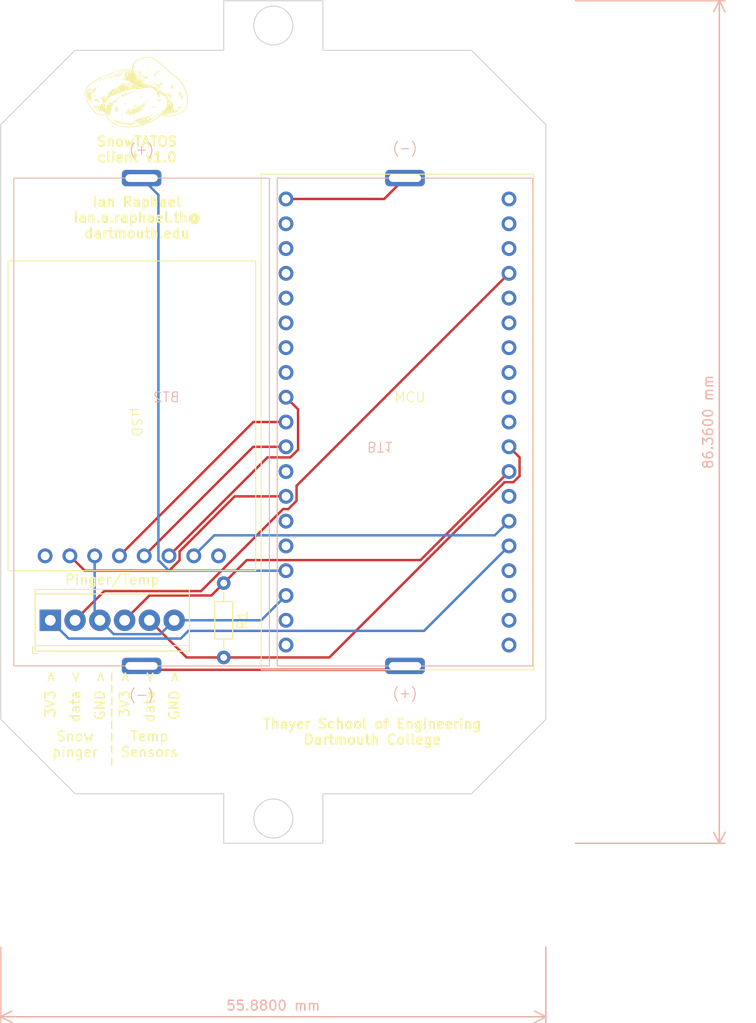
<source format=kicad_pcb>
(kicad_pcb (version 20221018) (generator pcbnew)
  (layers (0 "F.Cu" signal) (31 "B.Cu" signal) (34 "B.Paste" user) (35 "F.Paste" user) (36 "B.SilkS" user "B.Silkscreen") (37 "F.SilkS" user "F.Silkscreen") (38 "B.Mask" user) (39 "F.Mask" user) (44 "Edge.Cuts" user))
  (net 0 "")
  (net 1 "/GND")
  (net 2 "/3V3")
  (net 3 "/sd_cs")
  (net 22 "Net-(MCU1-MISO)")
  (net 23 "Net-(MCU1-MOSI)")
  (net 24 "Net-(MCU1-SCK)")
  (net 32 "Net-(MCU1-D7)")
  (net 35 "Net-(MCU1-D8)")
  (net 36 "Net-(MCU1-SERIAL1_RX)")
  (net 37 "Net-(MCU1-D11)")
  (net 38 "Net-(BT1-+)")
  (net 39 "Net-(BT2-+)")
  (footprint "TerminalBlock_Phoenix:TerminalBlock_Phoenix_MPT-0,5-6-2.54_1x06_P2.54mm_Horizontal" (layer "F.Cu") (at 106.68 111.76)
    (fp_text reference "Pinger/Temp" (at 6.35 -4.16) (layer "F.SilkS"))
    (fp_text value "Screw_Terminal_01x06" hide)
    (pad "1" thru_hole rect (at 0 0) (size 2.2 2.2) (drill 1.1) (layers "*.Cu" "*.Mask") (net 37 "Net-(MCU1-D11)"))
    (pad "2" thru_hole circle (at 2.54 0) (size 2.2 2.2) (drill 1.1) (layers "*.Cu" "*.Mask") (net 36 "Net-(MCU1-SERIAL1_RX)"))
    (pad "3" thru_hole circle (at 5.08 0) (size 2.2 2.2) (drill 1.1) (layers "*.Cu" "*.Mask") (net 1 "/GND"))
    (pad "4" thru_hole circle (at 7.62 0) (size 2.2 2.2) (drill 1.1) (layers "*.Cu" "*.Mask") (net 35 "Net-(MCU1-D8)"))
    (pad "5" thru_hole circle (at 10.16 0) (size 2.2 2.2) (drill 1.1) (layers "*.Cu" "*.Mask") (net 32 "Net-(MCU1-D7)"))
    (pad "6" thru_hole circle (at 12.7 0) (size 2.2 2.2) (drill 1.1) (layers "*.Cu" "*.Mask") (net 1 "/GND"))
  )
  (footprint "Module:Rocket_Scream_Mini_Ultra_Pro" (layer "F.Cu") (at 143.54 91.44)
    (fp_text reference "MCU" (at 0 -2.54 unlocked) (layer "F.SilkS") (effects (font (thickness 0.1))))
    (fp_text value "~")
    (pad "0" thru_hole circle (at 10.16 -15.24) (size 1.524 1.524) (drill 0.9) (layers "*.Cu" "*.Mask") (net 36 "Net-(MCU1-SERIAL1_RX)"))
    (pad "1" thru_hole circle (at 10.16 -12.7) (size 1.524 1.524) (drill 0.9) (layers "*.Cu" "*.Mask"))
    (pad "2" thru_hole circle (at 10.16 -10.16) (size 1.524 1.524) (drill 0.9) (layers "*.Cu" "*.Mask"))
    (pad "3" thru_hole circle (at 10.16 -7.62) (size 1.524 1.524) (drill 0.9) (layers "*.Cu" "*.Mask"))
    (pad "3V3" thru_hole circle (at -12.7 7.62) (size 1.524 1.524) (drill 0.9) (layers "*.Cu" "*.Mask") (net 2 "/3V3"))
    (pad "4" thru_hole circle (at 10.16 -5.08) (size 1.524 1.524) (drill 0.9) (layers "*.Cu" "*.Mask"))
    (pad "5" thru_hole circle (at 10.16 -2.54) (size 1.524 1.524) (drill 0.9) (layers "*.Cu" "*.Mask"))
    (pad "5V" thru_hole circle (at -12.7 12.7) (size 1.524 1.524) (drill 0.9) (layers "*.Cu" "*.Mask"))
    (pad "6" thru_hole circle (at 10.16 0) (size 1.524 1.524) (drill 0.9) (layers "*.Cu" "*.Mask"))
    (pad "7" thru_hole circle (at 10.16 2.54) (size 1.524 1.524) (drill 0.9) (layers "*.Cu" "*.Mask") (net 32 "Net-(MCU1-D7)"))
    (pad "8" thru_hole circle (at 10.16 5.08) (size 1.524 1.524) (drill 0.9) (layers "*.Cu" "*.Mask") (net 35 "Net-(MCU1-D8)"))
    (pad "9" thru_hole circle (at 10.16 7.62) (size 1.524 1.524) (drill 0.9) (layers "*.Cu" "*.Mask"))
    (pad "10" thru_hole circle (at 10.16 10.16) (size 1.524 1.524) (drill 0.9) (layers "*.Cu" "*.Mask") (net 3 "/sd_cs"))
    (pad "11" thru_hole circle (at 10.16 12.7) (size 1.524 1.524) (drill 0.9) (layers "*.Cu" "*.Mask") (net 37 "Net-(MCU1-D11)"))
    (pad "12" thru_hole circle (at 10.16 15.24) (size 1.524 1.524) (drill 0.9) (layers "*.Cu" "*.Mask"))
    (pad "13" thru_hole circle (at 10.16 17.78) (size 1.524 1.524) (drill 0.9) (layers "*.Cu" "*.Mask"))
    (pad "14" thru_hole circle (at -12.7 -17.78) (size 1.524 1.524) (drill 0.9) (layers "*.Cu" "*.Mask"))
    (pad "15" thru_hole circle (at -12.7 -15.24) (size 1.524 1.524) (drill 0.9) (layers "*.Cu" "*.Mask"))
    (pad "16" thru_hole circle (at -12.7 -12.7) (size 1.524 1.524) (drill 0.9) (layers "*.Cu" "*.Mask"))
    (pad "17" thru_hole circle (at -12.7 -10.16) (size 1.524 1.524) (drill 0.9) (layers "*.Cu" "*.Mask"))
    (pad "18" thru_hole circle (at -12.7 -7.62) (size 1.524 1.524) (drill 0.9) (layers "*.Cu" "*.Mask"))
    (pad "19" thru_hole circle (at -12.7 -5.08) (size 1.524 1.524) (drill 0.9) (layers "*.Cu" "*.Mask"))
    (pad "20" thru_hole circle (at 10.16 22.86) (size 1.524 1.524) (drill 0.9) (layers "*.Cu" "*.Mask"))
    (pad "21" thru_hole circle (at 10.16 20.32) (size 1.524 1.524) (drill 0.9) (layers "*.Cu" "*.Mask"))
    (pad "22" thru_hole circle (at -12.7 2.54) (size 1.524 1.524) (drill 0.9) (layers "*.Cu" "*.Mask") (net 22 "Net-(MCU1-MISO)"))
    (pad "23" thru_hole circle (at -12.7 -2.54) (size 1.524 1.524) (drill 0.9) (layers "*.Cu" "*.Mask") (net 23 "Net-(MCU1-MOSI)"))
    (pad "24" thru_hole circle (at -12.7 0) (size 1.524 1.524) (drill 0.9) (layers "*.Cu" "*.Mask") (net 24 "Net-(MCU1-SCK)"))
    (pad "30" thru_hole circle (at 10.16 -17.78) (size 1.524 1.524) (drill 0.9) (layers "*.Cu" "*.Mask"))
    (pad "31" thru_hole circle (at 10.16 -20.32) (size 1.524 1.524) (drill 0.9) (layers "*.Cu" "*.Mask"))
    (pad "38" thru_hole circle (at -12.7 5.08) (size 1.524 1.524) (drill 0.9) (layers "*.Cu" "*.Mask"))
    (pad "AREF" thru_hole circle (at -12.7 -20.32) (size 1.524 1.524) (drill 0.9) (layers "*.Cu" "*.Mask"))
    (pad "BAT" thru_hole circle (at -12.7 20.32) (size 1.524 1.524) (drill 0.9) (layers "*.Cu" "*.Mask"))
    (pad "GND" thru_hole circle (at -12.7 -22.86) (size 1.524 1.524) (drill 0.9) (layers "*.Cu" "*.Mask") (net 1 "/GND"))
    (pad "GND" thru_hole circle (at -12.7 17.78) (size 1.524 1.524) (drill 0.9) (layers "*.Cu" "*.Mask") (net 1 "/GND"))
    (pad "GND" thru_hole circle (at -12.7 22.86) (size 1.524 1.524) (drill 0.9) (layers "*.Cu" "*.Mask") (net 1 "/GND"))
    (pad "RST" thru_hole circle (at 10.16 -22.86) (size 1.524 1.524) (drill 0.9) (layers "*.Cu" "*.Mask"))
    (pad "VBUS" thru_hole circle (at -12.7 10.16) (size 1.524 1.524) (drill 0.9) (layers "*.Cu" "*.Mask"))
    (pad "VIN" thru_hole circle (at -12.7 15.24) (size 1.524 1.524) (drill 0.9) (layers "*.Cu" "*.Mask") (net 39 "Net-(BT2-+)"))
  )
  (footprint "Connector_Card:micro_sd_cardReader_adafruit" (layer "F.Cu") (at 115.04 91.44 -90)
    (fp_text reference "µSD" (at 0 -0.5 -90 unlocked) (layer "F.SilkS") (effects (font (thickness 0.1))))
    (fp_text value "~")
    (pad "1" thru_hole circle (at 13.716 -8.89 270) (size 1.524 1.524) (drill 0.9) (layers "*.Cu" "*.Mask"))
    (pad "2" thru_hole circle (at 13.716 -6.35 270) (size 1.524 1.524) (drill 0.9) (layers "*.Cu" "*.Mask") (net 3 "/sd_cs"))
    (pad "3" thru_hole circle (at 13.716 -3.81 270) (size 1.524 1.524) (drill 0.9) (layers "*.Cu" "*.Mask") (net 23 "Net-(MCU1-MOSI)"))
    (pad "4" thru_hole circle (at 13.716 -1.27 270) (size 1.524 1.524) (drill 0.9) (layers "*.Cu" "*.Mask") (net 22 "Net-(MCU1-MISO)"))
    (pad "5" thru_hole circle (at 13.716 1.27 270) (size 1.524 1.524) (drill 0.9) (layers "*.Cu" "*.Mask") (net 24 "Net-(MCU1-SCK)"))
    (pad "6" thru_hole circle (at 13.716 3.81 270) (size 1.524 1.524) (drill 0.9) (layers "*.Cu" "*.Mask") (net 1 "/GND"))
    (pad "7" thru_hole circle (at 13.716 6.35 270) (size 1.524 1.524) (drill 0.9) (layers "*.Cu" "*.Mask") (net 2 "/3V3"))
    (pad "8" thru_hole circle (at 13.716 8.89 270) (size 1.524 1.524) (drill 0.9) (layers "*.Cu" "*.Mask"))
  )
  (footprint "Resistor_THT:R_Axial_DIN0204_L3.6mm_D1.6mm_P7.62mm_Horizontal" (layer "F.Cu") (at 124.46 107.95 -90)
    (fp_text reference "R1" (at 3.81 -1.92 90) (layer "F.SilkS"))
    (fp_text value "R")
    (pad "1" thru_hole circle (at 0 0 270) (size 1.4 1.4) (drill 0.7) (layers "*.Cu" "*.Mask") (net 35 "Net-(MCU1-D8)"))
    (pad "2" thru_hole oval (at 7.62 0 270) (size 1.4 1.4) (drill 0.7) (layers "*.Cu" "*.Mask") (net 32 "Net-(MCU1-D7)"))
  )
  (footprint "LOGO" (layer "F.Cu") (at 115.57 57.404)
    (fp_text reference "G***" hide)
    (fp_text value "LOGO" hide)
  )
  (footprint "Battery:battery_c_cell_solderTabs" (layer "B.Cu") (at 143.04 91.44)
    (fp_text reference "BT1" (at -2.54 2.54 -180 unlocked) (layer "B.SilkS") (effects (font (thickness 0.1)) (justify mirror)))
    (fp_text value "3.6V" hide)
    (fp_text user "(-)" (at 0 -27.94 180 unlocked) (layer "B.SilkS") (effects (font (thickness 0.1)) (justify mirror)))
    (fp_text user "(+)" (at 0 27.94 180 unlocked) (layer "B.SilkS") (effects (font (thickness 0.1)) (justify mirror)))
    (pad "1" thru_hole roundrect (at 0 25) (size 4.062 1.674) (drill oval 3.3 0.7874) (layers "*.Cu" "*.Mask") (net 38 "Net-(BT1-+)"))
    (pad "2" thru_hole roundrect (at 0 -25) (size 4.062 1.674) (drill oval 3.3 0.7874) (layers "*.Cu" "*.Mask") (net 1 "/GND"))
  )
  (footprint "Battery:battery_c_cell_solderTabs" (layer "B.Cu") (at 116.04 91.44 180)
    (fp_text reference "BT2" (at -2.54 2.54 unlocked) (layer "B.SilkS") (effects (font (thickness 0.1)) (justify mirror)))
    (fp_text value "3.6V" hide)
    (fp_text user "(+)" (at 0 27.94 unlocked) (layer "B.SilkS") (effects (font (thickness 0.1)) (justify mirror)))
    (fp_text user "(-)" (at 0 -27.94 unlocked) (layer "B.SilkS") (effects (font (thickness 0.1)) (justify mirror)))
    (pad "1" thru_hole roundrect (at 0 25 180) (size 4.062 1.674) (drill oval 3.3 0.7874) (layers "*.Cu" "*.Mask") (net 39 "Net-(BT2-+)"))
    (pad "2" thru_hole roundrect (at 0 -25 180) (size 4.062 1.674) (drill oval 3.3 0.7874) (layers "*.Cu" "*.Mask") (net 38 "Net-(BT1-+)"))
  )
  (gr_poly (pts (xy 101.6 60.96) (xy 101.6 121.92) (xy 109.22 129.54) (xy 124.46 129.54) (xy 124.46 134.62) (xy 134.62 134.62) (xy 134.62 129.54) (xy 149.86 129.54) (xy 157.48 121.92) (xy 157.48 60.96) (xy 149.86 53.34) (xy 134.62 53.34) (xy 134.62 48.26) (xy 124.46 48.26) (xy 124.46 53.34) (xy 109.22 53.34)) (stroke (width 0.1)) (fill none) (layer "Edge.Cuts"))
  (gr_circle (center 129.54 50.8) (end 131.54 50.8) (stroke (width 0.1)) (fill none) (layer "Edge.Cuts"))
  (gr_circle (center 129.54 132.08) (end 131.54 132.08) (stroke (width 0.1)) (fill none) (layer "Edge.Cuts"))
  (gr_text "3V3 >" (at 106.68 116.84 90) (layer "F.SilkS") (effects (font (size 1 1)) (justify right)))
  (gr_text "Ian Raphael\nian.a.raphael.th@\ndartmouth.edu" (at 115.57 70.485) (layer "F.SilkS") (effects (font (size 1 1) (thickness 0.2) bold)))
  (gr_text "3V3 >" (at 114.3 116.84 90) (layer "F.SilkS") (effects (font (size 1 1)) (justify right)))
  (gr_text "GND >" (at 119.38 116.84 90) (layer "F.SilkS") (effects (font (size 1 1)) (justify right)))
  (gr_text "Temp\nSensors" (at 116.84 124.46) (layer "F.SilkS") (effects (font (size 1 1))))
  (gr_text "Snow\npinger" (at 109.22 124.46) (layer "F.SilkS") (effects (font (size 1 1))))
  (gr_text "SnowTATOS\nclient v1.0" (at 115.57 63.5) (layer "F.SilkS") (effects (font (size 1 1) (thickness 0.2) bold)))
  (gr_text "--------" (at 112.903 116.84 90) (layer "F.SilkS") (effects (font (size 1 1)) (justify right)))
  (gr_text "data <" (at 116.84 116.84 90) (layer "F.SilkS") (effects (font (size 1 1)) (justify right)))
  (gr_text "data <" (at 109.22 116.84 90) (layer "F.SilkS") (effects (font (size 1 1)) (justify right)))
  (gr_text "Thayer School of Engineering\nDartmouth College" (at 139.7 123.19) (layer "F.SilkS") (effects (font (size 1 1) (thickness 0.2) bold)))
  (gr_text "GND >" (at 111.76 116.84 90) (layer "F.SilkS") (effects (font (size 1 1)) (justify right)))
  (dimension (type aligned) (layer "B.SilkS") (pts (xy 160.02 48.26) (xy 160.02 134.62)) (height -15.24) (gr_text "3.4000 in" (at 174.11 91.44 90) (layer "B.SilkS") (effects (font (size 1 1) (thickness 0.15)))) (format (prefix "") (suffix "") (units 3) (units_format 1) (precision 4)) (style (thickness 0.15) (arrow_length 1.27) (text_position_mode 0) (extension_height 0.58642) (extension_offset 0.5) keep_text_aligned))
  (dimension (type aligned) (layer "B.SilkS") (pts (xy 101.6 144.78) (xy 157.48 144.78)) (height 7.62) (gr_text "2.2000 in" (at 129.54 151.25) (layer "B.SilkS") (effects (font (size 1 1) (thickness 0.15)))) (format (prefix "") (suffix "") (units 3) (units_format 1) (precision 4)) (style (thickness 0.15) (arrow_length 1.27) (text_position_mode 0) (extension_height 0.58642) (extension_offset 0.5) keep_text_aligned))
  (segment (start 143.04 66.44) (end 140.9 68.58) (width 0.25) (layer "F.Cu") (net 1))
  (segment (start 140.9 68.58) (end 130.84 68.58) (width 0.25) (layer "F.Cu") (net 1))
  (segment (start 128.3 111.76) (end 119.38 111.76) (width 0.25) (layer "B.Cu") (net 1))
  (segment (start 111.23 105.156) (end 111.23 111.23) (width 0.25) (layer "B.Cu") (net 1))
  (segment (start 113.185 113.185) (end 111.76 111.76) (width 0.25) (layer "B.Cu") (net 1))
  (segment (start 130.84 109.22) (end 128.3 111.76) (width 0.25) (layer "B.Cu") (net 1))
  (segment (start 113.185 113.185) (end 117.955 113.185) (width 0.25) (layer "B.Cu") (net 1))
  (segment (start 119.38 111.76) (end 117.955 113.185) (width 0.25) (layer "B.Cu") (net 1))
  (segment (start 111.23 111.23) (end 111.76 111.76) (width 0.25) (layer "B.Cu") (net 1))
  (segment (start 119.937 104.705749) (end 119.937 105.606251) (width 0.25) (layer "F.Cu") (net 2))
  (segment (start 130.84 99.06) (end 125.582749 99.06) (width 0.25) (layer "F.Cu") (net 2))
  (segment (start 110.214 106.68) (end 108.69 105.156) (width 0.25) (layer "F.Cu") (net 2))
  (segment (start 118.863251 106.68) (end 110.214 106.68) (width 0.25) (layer "F.Cu") (net 2))
  (segment (start 125.582749 99.06) (end 119.937 104.705749) (width 0.25) (layer "F.Cu") (net 2))
  (segment (start 119.937 105.606251) (end 118.863251 106.68) (width 0.25) (layer "F.Cu") (net 2))
  (segment (start 152.247 103.053) (end 153.7 101.6) (width 0.25) (layer "B.Cu") (net 3))
  (segment (start 123.493 103.053) (end 152.247 103.053) (width 0.25) (layer "B.Cu") (net 3))
  (segment (start 121.39 105.156) (end 123.493 103.053) (width 0.25) (layer "B.Cu") (net 3))
  (segment (start 116.31 105.156) (end 127.486 93.98) (width 0.25) (layer "F.Cu") (net 22))
  (segment (start 127.486 93.98) (end 130.84 93.98) (width 0.25) (layer "F.Cu") (net 22))
  (segment (start 132.08 90.14) (end 130.84 88.9) (width 0.25) (layer "F.Cu") (net 23))
  (segment (start 118.85 105.156) (end 128.939 95.067) (width 0.25) (layer "F.Cu") (net 23))
  (segment (start 131.290251 95.067) (end 132.08 94.277251) (width 0.25) (layer "F.Cu") (net 23))
  (segment (start 132.08 94.277251) (end 132.08 90.14) (width 0.25) (layer "F.Cu") (net 23))
  (segment (start 128.939 95.067) (end 131.290251 95.067) (width 0.25) (layer "F.Cu") (net 23))
  (segment (start 127.486 91.44) (end 130.84 91.44) (width 0.25) (layer "F.Cu") (net 24))
  (segment (start 113.77 105.156) (end 127.486 91.44) (width 0.25) (layer "F.Cu") (net 24))
  (segment (start 154.787 96.970251) (end 154.150427 97.606824) (width 0.25) (layer "F.Cu") (net 32))
  (segment (start 116.84 111.76) (end 120.65 115.57) (width 0.25) (layer "F.Cu") (net 32))
  (segment (start 153.249572 97.607177) (end 153.249572 97.606824) (width 0.25) (layer "F.Cu") (net 32))
  (segment (start 124.46 115.57) (end 135.286749 115.57) (width 0.25) (layer "F.Cu") (net 32))
  (segment (start 154.150427 97.606824) (end 153.249572 97.606824) (width 0.25) (layer "F.Cu") (net 32))
  (segment (start 154.787 95.067) (end 154.787 96.970251) (width 0.25) (layer "F.Cu") (net 32))
  (segment (start 135.286749 115.57) (end 153.249572 97.607177) (width 0.25) (layer "F.Cu") (net 32))
  (segment (start 153.7 93.98) (end 154.787 95.067) (width 0.25) (layer "F.Cu") (net 32))
  (segment (start 120.65 115.57) (end 124.46 115.57) (width 0.25) (layer "F.Cu") (net 32))
  (segment (start 124.46 107.95) (end 123.19 109.22) (width 0.25) (layer "F.Cu") (net 35))
  (segment (start 126.817 105.593) (end 124.46 107.95) (width 0.25) (layer "F.Cu") (net 35))
  (segment (start 114.3 111.76) (end 116.84 109.22) (width 0.25) (layer "F.Cu") (net 35))
  (segment (start 144.627 105.593) (end 126.817 105.593) (width 0.25) (layer "F.Cu") (net 35))
  (segment (start 123.19 109.22) (end 116.84 109.22) (width 0.25) (layer "F.Cu") (net 35))
  (segment (start 153.7 96.52) (end 144.627 105.593) (width 0.25) (layer "F.Cu") (net 35))
  (segment (start 131.927 97.973) (end 131.927 99.510251) (width 0.25) (layer "F.Cu") (net 36))
  (segment (start 112.21 108.77) (end 109.22 111.76) (width 0.25) (layer "F.Cu") (net 36))
  (segment (start 153.7 76.2) (end 131.927 97.973) (width 0.25) (layer "F.Cu") (net 36))
  (segment (start 122.132749 108.77) (end 112.21 108.77) (width 0.25) (layer "F.Cu") (net 36))
  (segment (start 130.542749 100.36) (end 122.132749 108.77) (width 0.25) (layer "F.Cu") (net 36))
  (segment (start 131.927 99.510251) (end 131.077251 100.36) (width 0.25) (layer "F.Cu") (net 36))
  (segment (start 131.077251 100.36) (end 130.542749 100.36) (width 0.25) (layer "F.Cu") (net 36))
  (segment (start 144.993 112.847) (end 120.833 112.847) (width 0.25) (layer "B.Cu") (net 37))
  (segment (start 120.833 112.847) (end 120.045 113.635) (width 0.25) (layer "B.Cu") (net 37))
  (segment (start 153.7 104.14) (end 144.993 112.847) (width 0.25) (layer "B.Cu") (net 37))
  (segment (start 120.045 113.635) (end 108.555 113.635) (width 0.25) (layer "B.Cu") (net 37))
  (segment (start 108.555 113.635) (end 106.68 111.76) (width 0.25) (layer "B.Cu") (net 37))
  (segment (start 142.64 116.44) (end 143.04 116.44) (width 0.25) (layer "F.Cu") (net 38))
  (segment (start 116.44 116.84) (end 142.64 116.84) (width 0.25) (layer "F.Cu") (net 38))
  (segment (start 116.04 116.44) (end 116.44 116.84) (width 0.25) (layer "F.Cu") (net 38))
  (segment (start 142.64 116.84) (end 143.04 116.44) (width 0.25) (layer "F.Cu") (net 38))
  (segment (start 130.84 106.68) (end 118.836749 106.68) (width 0.25) (layer "B.Cu") (net 39))
  (segment (start 117.763 105.606251) (end 117.763 68.163) (width 0.25) (layer "B.Cu") (net 39))
  (segment (start 118.836749 106.68) (end 117.763 105.606251) (width 0.25) (layer "B.Cu") (net 39))
  (segment (start 117.763 68.163) (end 116.04 66.44) (width 0.25) (layer "B.Cu") (net 39))
)
</source>
